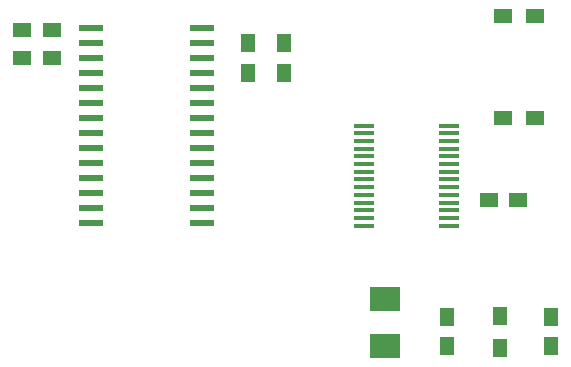
<source format=gbr>
G04 #@! TF.FileFunction,Paste,Top*
%FSLAX46Y46*%
G04 Gerber Fmt 4.6, Leading zero omitted, Abs format (unit mm)*
G04 Created by KiCad (PCBNEW no-vcs-found-product) date Thu Nov 24 16:10:56 2016*
%MOMM*%
%LPD*%
G01*
G04 APERTURE LIST*
%ADD10C,0.100000*%
%ADD11R,2.500000X2.000000*%
%ADD12R,1.250000X1.500000*%
%ADD13R,1.500000X1.250000*%
%ADD14R,1.300000X1.500000*%
%ADD15R,1.500000X1.300000*%
%ADD16R,1.750000X0.450000*%
%ADD17R,2.000000X0.600000*%
G04 APERTURE END LIST*
D10*
D11*
X163700000Y-116810000D03*
X163700000Y-112810000D03*
D12*
X168940000Y-116800000D03*
X168940000Y-114300000D03*
X177690000Y-114300000D03*
X177690000Y-116800000D03*
D13*
X132970000Y-89990000D03*
X135470000Y-89990000D03*
X172450000Y-104450000D03*
X174950000Y-104450000D03*
D12*
X155100000Y-91150000D03*
X155100000Y-93650000D03*
X152070000Y-91150000D03*
X152070000Y-93650000D03*
D14*
X173440000Y-116900000D03*
X173440000Y-114200000D03*
D15*
X173650000Y-97450000D03*
X176350000Y-97450000D03*
X173650000Y-88850000D03*
X176350000Y-88850000D03*
D16*
X161900000Y-98125000D03*
X161900000Y-98775000D03*
X161900000Y-99425000D03*
X161900000Y-100075000D03*
X161900000Y-100725000D03*
X161900000Y-101375000D03*
X161900000Y-102025000D03*
X161900000Y-102675000D03*
X161900000Y-103325000D03*
X161900000Y-103975000D03*
X161900000Y-104625000D03*
X161900000Y-105275000D03*
X161900000Y-105925000D03*
X161900000Y-106575000D03*
X169100000Y-106575000D03*
X169100000Y-105925000D03*
X169100000Y-105275000D03*
X169100000Y-104625000D03*
X169100000Y-103975000D03*
X169100000Y-103325000D03*
X169100000Y-102675000D03*
X169100000Y-102025000D03*
X169100000Y-101375000D03*
X169100000Y-100725000D03*
X169100000Y-100075000D03*
X169100000Y-99425000D03*
X169100000Y-98775000D03*
X169100000Y-98125000D03*
D17*
X138805000Y-89870000D03*
X138805000Y-91140000D03*
X138805000Y-92410000D03*
X138805000Y-93680000D03*
X138805000Y-94950000D03*
X138805000Y-96220000D03*
X138805000Y-97490000D03*
X138805000Y-98760000D03*
X138805000Y-100030000D03*
X138805000Y-101300000D03*
X138805000Y-102570000D03*
X138805000Y-103840000D03*
X138805000Y-105110000D03*
X138805000Y-106380000D03*
X148205000Y-106380000D03*
X148205000Y-105110000D03*
X148205000Y-103840000D03*
X148205000Y-102570000D03*
X148205000Y-101300000D03*
X148205000Y-100030000D03*
X148205000Y-98760000D03*
X148205000Y-97490000D03*
X148205000Y-96220000D03*
X148205000Y-94950000D03*
X148205000Y-93680000D03*
X148205000Y-92410000D03*
X148205000Y-91140000D03*
X148205000Y-89870000D03*
D13*
X135470000Y-92390000D03*
X132970000Y-92390000D03*
M02*

</source>
